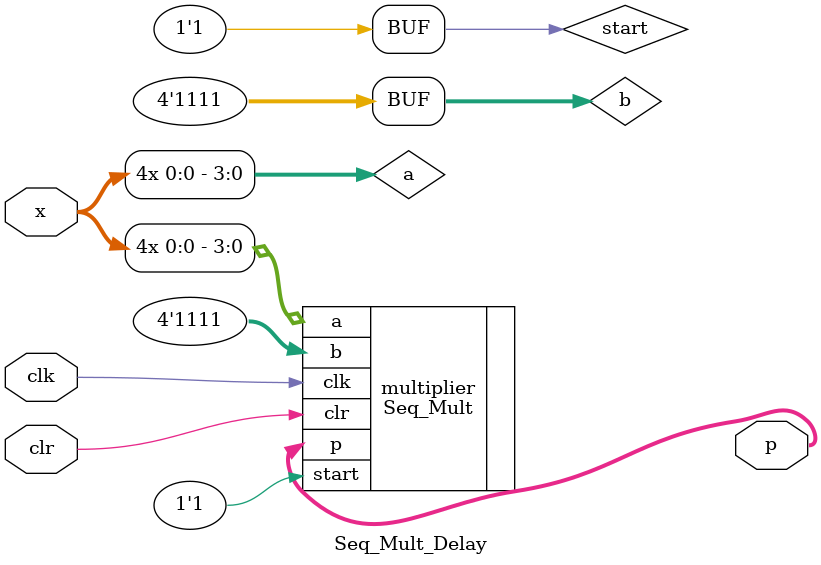
<source format=v>
`timescale 1ns / 1ps

module Seq_Mult_Delay(
    input clk,
    input clr,
    input x,            // Input 200kHz square wave 5Vpp
    output [7:0] p      // Output to DLA
    );
    
    wire [3:0] a = {x, x, x, x};
    wire [3:0] b = {1'b1, 1'b1, 1'b1, 1'b1};
    wire start;
    
//    reg x_temp, start;
    
    assign start = 1;
    
    Seq_Mult multiplier (.clk(clk),
                         .clr(clr),
                         .start(start),
                         .a(a),
                         .b(b),
                         .p(p));
    
//    always @(posedge clk)
//    begin
//        start = (x_temp != x) ? 1 : 0;
//        x_temp = x;
//    end
        
endmodule

</source>
